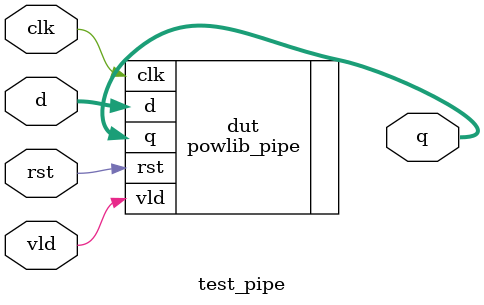
<source format=v>
`timescale 1ns / 1ps

module test_pipe(d,q,clk,rst,vld);

  parameter              W    = 8;    // Width
  parameter      [W-1:0] INIT = 0;    // Initial value
  parameter              EAR  = 0;    // Enable asynchronous reset
  parameter              EVLD = 1;    // Enable valid
  parameter              S    = 8;    // Number of stages
  input     wire [W-1:0] d;           // Input data
  output    wire [W-1:0] q;           // Output data
  input     wire         clk;         // Clock
  input     wire         rst;         // Reset
  input     wire         vld;         // Valid

  powlib_pipe #(.W(W),.INIT(INIT),.EAR(EAR),.EVLD(EVLD),.S(S)) dut (.d(d),.q(q),.clk(clk),.rst(rst),.vld(vld));               
    
endmodule

</source>
